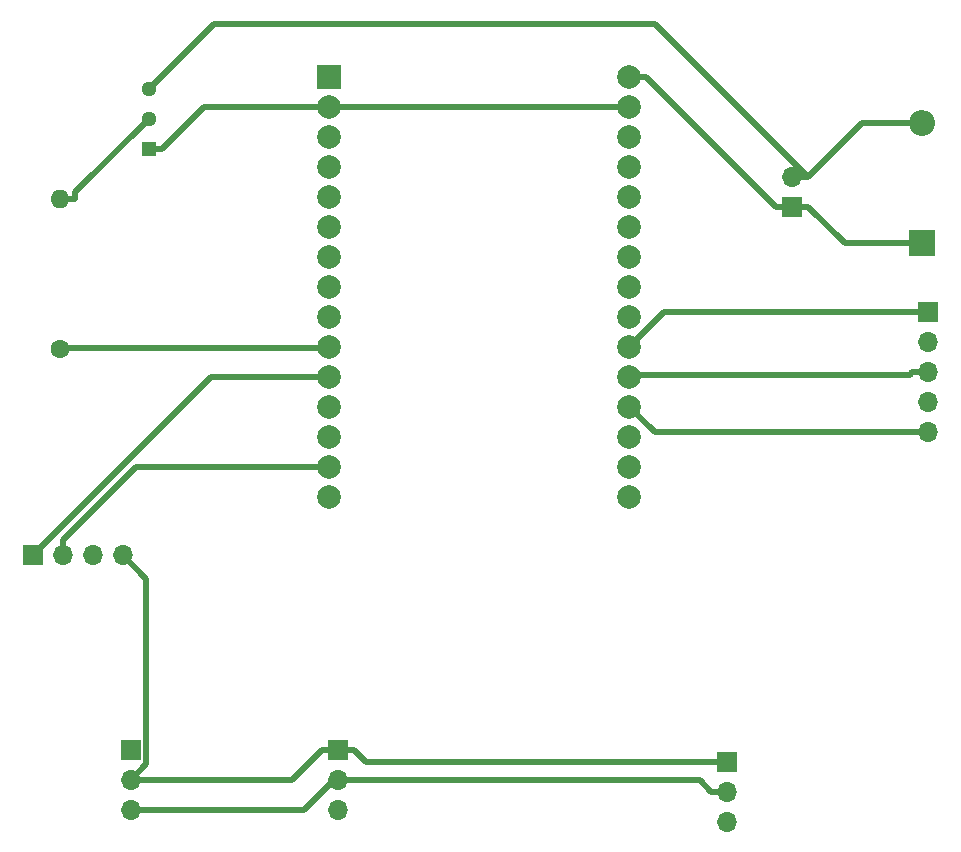
<source format=gbr>
%TF.GenerationSoftware,KiCad,Pcbnew,9.0.0*%
%TF.CreationDate,2025-03-05T16:28:03-05:00*%
%TF.ProjectId,Sistema-de-riego-automatico,53697374-656d-4612-9d64-652d72696567,rev?*%
%TF.SameCoordinates,Original*%
%TF.FileFunction,Copper,L1,Top*%
%TF.FilePolarity,Positive*%
%FSLAX46Y46*%
G04 Gerber Fmt 4.6, Leading zero omitted, Abs format (unit mm)*
G04 Created by KiCad (PCBNEW 9.0.0) date 2025-03-05 16:28:03*
%MOMM*%
%LPD*%
G01*
G04 APERTURE LIST*
%TA.AperFunction,ComponentPad*%
%ADD10R,1.700000X1.700000*%
%TD*%
%TA.AperFunction,ComponentPad*%
%ADD11O,1.700000X1.700000*%
%TD*%
%TA.AperFunction,ComponentPad*%
%ADD12O,1.600000X1.600000*%
%TD*%
%TA.AperFunction,ComponentPad*%
%ADD13C,1.600000*%
%TD*%
%TA.AperFunction,ComponentPad*%
%ADD14C,2.000000*%
%TD*%
%TA.AperFunction,ComponentPad*%
%ADD15R,2.000000X2.000000*%
%TD*%
%TA.AperFunction,ComponentPad*%
%ADD16C,1.298000*%
%TD*%
%TA.AperFunction,ComponentPad*%
%ADD17R,1.298000X1.298000*%
%TD*%
%TA.AperFunction,ComponentPad*%
%ADD18O,2.200000X2.200000*%
%TD*%
%TA.AperFunction,ComponentPad*%
%ADD19R,2.200000X2.200000*%
%TD*%
%TA.AperFunction,ViaPad*%
%ADD20C,0.600000*%
%TD*%
%TA.AperFunction,Conductor*%
%ADD21C,0.500000*%
%TD*%
G04 APERTURE END LIST*
D10*
%TO.P,J5,1,Pin_1*%
%TO.N,GND*%
X67025000Y-84960000D03*
D11*
%TO.P,J5,2,Pin_2*%
%TO.N,+3.3V*%
X67025000Y-87500000D03*
%TO.P,J5,3,Pin_3*%
%TO.N,/S_HM*%
X67025000Y-90040000D03*
%TD*%
%TO.P,J1,3,Pin_3*%
%TO.N,/S_SN*%
X100000000Y-91040000D03*
%TO.P,J1,2,Pin_2*%
%TO.N,+3.3V*%
X100000000Y-88500000D03*
D10*
%TO.P,J1,1,Pin_1*%
%TO.N,GND*%
X100000000Y-85960000D03*
%TD*%
D11*
%TO.P,J2,5,Pin_5*%
%TO.N,/Output_B*%
X117000000Y-58080000D03*
%TO.P,J2,4,Pin_4*%
%TO.N,GND*%
X117000000Y-55540000D03*
%TO.P,J2,3,Pin_3*%
%TO.N,/Output_A*%
X117000000Y-53000000D03*
%TO.P,J2,2,Pin_2*%
%TO.N,GND*%
X117000000Y-50460000D03*
D10*
%TO.P,J2,1,Pin_1*%
%TO.N,/Switch*%
X117000000Y-47920000D03*
%TD*%
D12*
%TO.P,R1,2*%
%TO.N,Net-(Q1-Pad2)*%
X43500000Y-38300000D03*
D13*
%TO.P,R1,1*%
%TO.N,/PWM_B*%
X43500000Y-51000000D03*
%TD*%
D14*
%TO.P,U1,30,VIN*%
%TO.N,/P_B*%
X91700000Y-27985000D03*
%TO.P,U1,29,GND*%
%TO.N,GND*%
X91700000Y-30525000D03*
%TO.P,U1,28,D13*%
%TO.N,unconnected-(U1-D13-Pad28)*%
X91700000Y-33065000D03*
%TO.P,U1,27,D12*%
%TO.N,unconnected-(U1-D12-Pad27)*%
X91700000Y-35605000D03*
%TO.P,U1,26,D14*%
%TO.N,unconnected-(U1-D14-Pad26)*%
X91700000Y-38145000D03*
%TO.P,U1,25,D27*%
%TO.N,unconnected-(U1-D27-Pad25)*%
X91700000Y-40685000D03*
%TO.P,U1,24,D26*%
%TO.N,unconnected-(U1-D26-Pad24)*%
X91700000Y-43225000D03*
%TO.P,U1,23,D25*%
%TO.N,unconnected-(U1-D25-Pad23)*%
X91700000Y-45765000D03*
%TO.P,U1,22,D33*%
%TO.N,unconnected-(U1-D33-Pad22)*%
X91700000Y-48305000D03*
%TO.P,U1,21,D32*%
%TO.N,/Switch*%
X91700000Y-50845000D03*
%TO.P,U1,20,D35*%
%TO.N,/Output_A*%
X91700000Y-53385000D03*
%TO.P,U1,19,D34*%
%TO.N,/Output_B*%
X91700000Y-55925000D03*
%TO.P,U1,18,VN*%
%TO.N,/S_HM*%
X91700000Y-58465000D03*
%TO.P,U1,17,VP*%
%TO.N,/S_SN*%
X91700000Y-61005000D03*
%TO.P,U1,16,EN*%
%TO.N,unconnected-(U1-EN-Pad16)*%
X91700000Y-63545000D03*
%TO.P,U1,15,D23*%
%TO.N,unconnected-(U1-D23-Pad15)*%
X66300000Y-63545000D03*
%TO.P,U1,14,D22*%
%TO.N,/SCL*%
X66300000Y-61005000D03*
%TO.P,U1,13,TX0*%
%TO.N,unconnected-(U1-TX0-Pad13)*%
X66300000Y-58465000D03*
%TO.P,U1,12,RX0*%
%TO.N,unconnected-(U1-RX0-Pad12)*%
X66300000Y-55925000D03*
%TO.P,U1,11,D21*%
%TO.N,/SDA*%
X66300000Y-53385000D03*
%TO.P,U1,10,D19*%
%TO.N,/PWM_B*%
X66300000Y-50845000D03*
%TO.P,U1,9,D18*%
%TO.N,unconnected-(U1-D18-Pad9)*%
X66300000Y-48305000D03*
%TO.P,U1,8,D5*%
%TO.N,unconnected-(U1-D5-Pad8)*%
X66300000Y-45765000D03*
%TO.P,U1,7,TX2*%
%TO.N,unconnected-(U1-TX2-Pad7)*%
X66300000Y-43225000D03*
%TO.P,U1,6,RX2*%
%TO.N,unconnected-(U1-RX2-Pad6)*%
X66300000Y-40685000D03*
%TO.P,U1,5,D4*%
%TO.N,/S_T*%
X66300000Y-38145000D03*
%TO.P,U1,4,D2*%
%TO.N,unconnected-(U1-D2-Pad4)*%
X66300000Y-35605000D03*
%TO.P,U1,3,D15*%
%TO.N,unconnected-(U1-D15-Pad3)*%
X66300000Y-33065000D03*
%TO.P,U1,2,GND*%
%TO.N,GND*%
X66300000Y-30525000D03*
D15*
%TO.P,U1,1,3V3*%
%TO.N,+3.3V*%
X66300000Y-27985000D03*
%TD*%
D11*
%TO.P,J7,3,Pin_3*%
%TO.N,+3.3V*%
X49500000Y-90040000D03*
%TO.P,J7,2,Pin_2*%
%TO.N,GND*%
X49500000Y-87500000D03*
D10*
%TO.P,J7,1,Pin_1*%
%TO.N,/S_T*%
X49500000Y-84960000D03*
%TD*%
D11*
%TO.P,J3,4,Pin_4*%
%TO.N,GND*%
X48820000Y-68500000D03*
%TO.P,J3,3,Pin_3*%
%TO.N,+3.3V*%
X46280000Y-68500000D03*
%TO.P,J3,2,Pin_2*%
%TO.N,/SCL*%
X43740000Y-68500000D03*
D10*
%TO.P,J3,1,Pin_1*%
%TO.N,/SDA*%
X41200000Y-68500000D03*
%TD*%
D16*
%TO.P,Q1,3*%
%TO.N,Net-(D1-A)*%
X51000000Y-29000000D03*
%TO.P,Q1,2*%
%TO.N,Net-(Q1-Pad2)*%
X51000000Y-31540000D03*
D17*
%TO.P,Q1,1*%
%TO.N,GND*%
X51000000Y-34080000D03*
%TD*%
D11*
%TO.P,J6,2,Pin_2*%
%TO.N,Net-(D1-A)*%
X105500000Y-36460000D03*
D10*
%TO.P,J6,1,Pin_1*%
%TO.N,/P_B*%
X105500000Y-39000000D03*
%TD*%
D18*
%TO.P,D1,2,A*%
%TO.N,Net-(D1-A)*%
X116500000Y-31920000D03*
D19*
%TO.P,D1,1,K*%
%TO.N,/P_B*%
X116500000Y-42080000D03*
%TD*%
D20*
%TO.N,Net-(D1-A)*%
X82410100Y-23500000D03*
%TD*%
D21*
%TO.N,/PWM_B*%
X43577500Y-50922500D02*
X43500000Y-51000000D01*
X43655000Y-50845000D02*
X43577500Y-50922500D01*
X66222500Y-50922500D02*
X66300000Y-50845000D01*
X43577500Y-50922500D02*
X66222500Y-50922500D01*
%TO.N,Net-(Q1-Pad2)*%
X44800000Y-37740000D02*
X44800000Y-38300000D01*
X51000000Y-31540000D02*
X44800000Y-37740000D01*
X43500000Y-38300000D02*
X44800000Y-38300000D01*
%TO.N,/SDA*%
X56315000Y-53385000D02*
X66300000Y-53385000D01*
X41200000Y-68500000D02*
X56315000Y-53385000D01*
%TO.N,/SCL*%
X43740000Y-67150000D02*
X43740000Y-68500000D01*
X49885000Y-61005000D02*
X43740000Y-67150000D01*
X66300000Y-61005000D02*
X49885000Y-61005000D01*
%TO.N,/Output_B*%
X93855000Y-58080000D02*
X91700000Y-55925000D01*
X117000000Y-58080000D02*
X93855000Y-58080000D01*
%TO.N,/Switch*%
X94625000Y-47920000D02*
X91700000Y-50845000D01*
X117000000Y-47920000D02*
X94625000Y-47920000D01*
%TO.N,/Output_A*%
X115650000Y-53000000D02*
X117000000Y-53000000D01*
X115458000Y-53192500D02*
X115650000Y-53000000D01*
X91892500Y-53192500D02*
X115458000Y-53192500D01*
X92085000Y-53000000D02*
X91892500Y-53192500D01*
X91892500Y-53192500D02*
X91700000Y-53385000D01*
%TO.N,+3.3V*%
X64185900Y-90040000D02*
X49500000Y-90040000D01*
X66725900Y-87500000D02*
X64185900Y-90040000D01*
X98650000Y-88500000D02*
X100000000Y-88500000D01*
X97650000Y-87500000D02*
X98650000Y-88500000D01*
X67025000Y-87500000D02*
X97650000Y-87500000D01*
X66725900Y-87500000D02*
X67025000Y-87500000D01*
X66426800Y-87500000D02*
X66725900Y-87500000D01*
%TO.N,GND*%
X63135000Y-87500000D02*
X49500000Y-87500000D01*
X65675000Y-84960000D02*
X63135000Y-87500000D01*
X67025000Y-84960000D02*
X65675000Y-84960000D01*
X69375000Y-85960000D02*
X100000000Y-85960000D01*
X68375000Y-84960000D02*
X69375000Y-85960000D01*
X67025000Y-84960000D02*
X68375000Y-84960000D01*
X50801000Y-86199000D02*
X49500000Y-87500000D01*
X50801000Y-70481000D02*
X50801000Y-86199000D01*
X48820000Y-68500000D02*
X50801000Y-70481000D01*
X91700000Y-30525000D02*
X66300000Y-30525000D01*
X55704000Y-30525000D02*
X52149000Y-34080000D01*
X66300000Y-30525000D02*
X55704000Y-30525000D01*
X51000000Y-34080000D02*
X52149000Y-34080000D01*
%TO.N,Net-(D1-A)*%
X105500000Y-36460000D02*
X106850000Y-36460000D01*
X111390000Y-31920000D02*
X106850000Y-36460000D01*
X116500000Y-31920000D02*
X111390000Y-31920000D01*
X93890000Y-23500000D02*
X82410100Y-23500000D01*
X106850000Y-36460000D02*
X93890000Y-23500000D01*
X56500000Y-23500000D02*
X51000000Y-29000000D01*
X82410100Y-23500000D02*
X56500000Y-23500000D01*
%TO.N,/P_B*%
X109930000Y-42080000D02*
X106850000Y-39000000D01*
X116500000Y-42080000D02*
X109930000Y-42080000D01*
X105500000Y-39000000D02*
X106850000Y-39000000D01*
X93135000Y-27985000D02*
X91700000Y-27985000D01*
X104150000Y-39000000D02*
X93135000Y-27985000D01*
X105500000Y-39000000D02*
X104150000Y-39000000D01*
%TD*%
M02*

</source>
